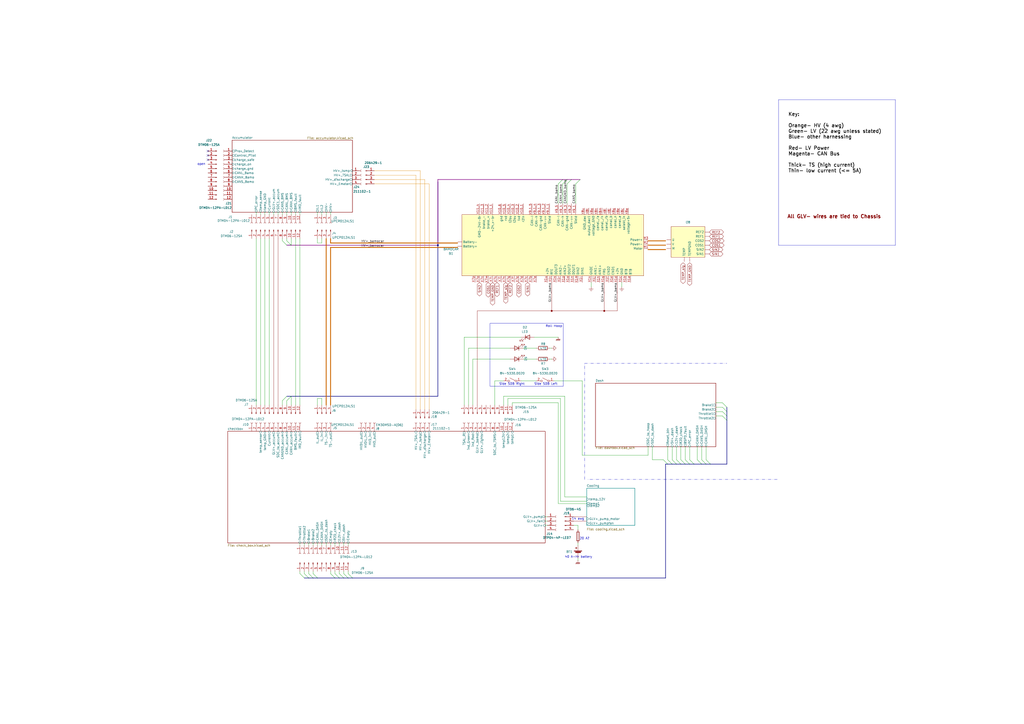
<source format=kicad_sch>
(kicad_sch (version 20250114) (generator "eeschema") (generator_version "9.0")
  (paper "A2")
  (title_block (title "SC FormulaE Electrical System"))
  (lib_symbols
    (symbol "Connector:Conn_01x04_Pin" (pin_names (offset 1.016) (hide yes))
      (property "Reference" "J" (at 0 5.08 0))
      (property "Value" "Conn_01x04_Pin" (at 0 -7.62 0))
      (symbol "Conn_01x04_Pin_1_1"
        (rectangle (start 0.8636 2.667) (end 0 2.413) (stroke (width 0.1524)) (fill (type outline)))
        (rectangle (start 0.8636 0.127) (end 0 -0.127) (stroke (width 0.1524)) (fill (type outline)))
        (rectangle (start 0.8636 -2.413) (end 0 -2.667) (stroke (width 0.1524)) (fill (type outline)))
        (rectangle (start 0.8636 -4.953) (end 0 -5.207) (stroke (width 0.1524)) (fill (type outline)))
        (polyline (pts (xy 1.27 2.54) (xy 0.8636 2.54)) (stroke (width 0.1524)))
        (polyline (pts (xy 1.27 0) (xy 0.8636 0)) (stroke (width 0.1524)))
        (polyline (pts (xy 1.27 -2.54) (xy 0.8636 -2.54)) (stroke (width 0.1524)))
        (polyline (pts (xy 1.27 -5.08) (xy 0.8636 -5.08)) (stroke (width 0.1524)))
        (pin passive line (at 5.08 2.54 180) (length 3.81) (name "Pin_1") (number "1"))
        (pin passive line (at 5.08 0 180) (length 3.81) (name "Pin_2") (number "2"))
        (pin passive line (at 5.08 -2.54 180) (length 3.81) (name "Pin_3") (number "3"))
        (pin passive line (at 5.08 -5.08 180) (length 3.81) (name "Pin_4") (number "4"))
      )
    )
    (symbol "Connector:Conn_01x04_Socket" (pin_names (offset 1.016) (hide yes))
      (property "Reference" "J" (at 0 5.08 0))
      (property "Value" "Conn_01x04_Socket" (at 0 -7.62 0))
      (symbol "Conn_01x04_Socket_1_1"
        (polyline (pts (xy -1.27 2.54) (xy -0.508 2.54)) (stroke (width 0.1524)))
        (polyline (pts (xy -1.27 0) (xy -0.508 0)) (stroke (width 0.1524)))
        (polyline (pts (xy -1.27 -2.54) (xy -0.508 -2.54)) (stroke (width 0.1524)))
        (polyline (pts (xy -1.27 -5.08) (xy -0.508 -5.08)) (stroke (width 0.1524)))
        (arc (start 0 2.032) (mid -0.5058 2.54) (end 0 3.048) (stroke (width 0.1524)))
        (arc (start 0 -0.508) (mid -0.5058 0) (end 0 0.508) (stroke (width 0.1524)))
        (arc (start 0 -3.048) (mid -0.5058 -2.54) (end 0 -2.032) (stroke (width 0.1524)))
        (arc (start 0 -5.588) (mid -0.5058 -5.08) (end 0 -4.572) (stroke (width 0.1524)))
        (pin passive line (at -5.08 2.54 0) (length 3.81) (name "Pin_1") (number "1"))
        (pin passive line (at -5.08 0 0) (length 3.81) (name "Pin_2") (number "2"))
        (pin passive line (at -5.08 -2.54 0) (length 3.81) (name "Pin_3") (number "3"))
        (pin passive line (at -5.08 -5.08 0) (length 3.81) (name "Pin_4") (number "4"))
      )
    )
    (symbol "Connector:Conn_01x12_Pin" (pin_names (offset 1.016) (hide yes))
      (property "Reference" "J" (at 0 15.24 0))
      (property "Value" "Conn_01x12_Pin" (at 0 -17.78 0))
      (symbol "Conn_01x12_Pin_1_1"
        (rectangle (start 0.8636 12.827) (end 0 12.573) (stroke (width 0.1524)) (fill (type outline)))
        (rectangle (start 0.8636 10.287) (end 0 10.033) (stroke (width 0.1524)) (fill (type outline)))
        (rectangle (start 0.8636 7.747) (end 0 7.493) (stroke (width 0.1524)) (fill (type outline)))
        (rectangle (start 0.8636 5.207) (end 0 4.953) (stroke (width 0.1524)) (fill (type outline)))
        (rectangle (start 0.8636 2.667) (end 0 2.413) (stroke (width 0.1524)) (fill (type outline)))
        (rectangle (start 0.8636 0.127) (end 0 -0.127) (stroke (width 0.1524)) (fill (type outline)))
        (rectangle (start 0.8636 -2.413) (end 0 -2.667) (stroke (width 0.1524)) (fill (type outline)))
        (rectangle (start 0.8636 -4.953) (end 0 -5.207) (stroke (width 0.1524)) (fill (type outline)))
        (rectangle (start 0.8636 -7.493) (end 0 -7.747) (stroke (width 0.1524)) (fill (type outline)))
        (rectangle (start 0.8636 -10.033) (end 0 -10.287) (stroke (width 0.1524)) (fill (type outline)))
        (rectangle (start 0.8636 -12.573) (end 0 -12.827) (stroke (width 0.1524)) (fill (type outline)))
        (rectangle (start 0.8636 -15.113) (end 0 -15.367) (stroke (width 0.1524)) (fill (type outline)))
        (polyline (pts (xy 1.27 12.7) (xy 0.8636 12.7)) (stroke (width 0.1524)))
        (polyline (pts (xy 1.27 10.16) (xy 0.8636 10.16)) (stroke (width 0.1524)))
        (polyline (pts (xy 1.27 7.62) (xy 0.8636 7.62)) (stroke (width 0.1524)))
        (polyline (pts (xy 1.27 5.08) (xy 0.8636 5.08)) (stroke (width 0.1524)))
        (polyline (pts (xy 1.27 2.54) (xy 0.8636 2.54)) (stroke (width 0.1524)))
        (polyline (pts (xy 1.27 0) (xy 0.8636 0)) (stroke (width 0.1524)))
        (polyline (pts (xy 1.27 -2.54) (xy 0.8636 -2.54)) (stroke (width 0.1524)))
        (polyline (pts (xy 1.27 -5.08) (xy 0.8636 -5.08)) (stroke (width 0.1524)))
        (polyline (pts (xy 1.27 -7.62) (xy 0.8636 -7.62)) (stroke (width 0.1524)))
        (polyline (pts (xy 1.27 -10.16) (xy 0.8636 -10.16)) (stroke (width 0.1524)))
        (polyline (pts (xy 1.27 -12.7) (xy 0.8636 -12.7)) (stroke (width 0.1524)))
        (polyline (pts (xy 1.27 -15.24) (xy 0.8636 -15.24)) (stroke (width 0.1524)))
        (pin passive line (at 5.08 12.7 180) (length 3.81) (name "Pin_1") (number "1"))
        (pin passive line (at 5.08 10.16 180) (length 3.81) (name "Pin_2") (number "2"))
        (pin passive line (at 5.08 7.62 180) (length 3.81) (name "Pin_3") (number "3"))
        (pin passive line (at 5.08 5.08 180) (length 3.81) (name "Pin_4") (number "4"))
        (pin passive line (at 5.08 2.54 180) (length 3.81) (name "Pin_5") (number "5"))
        (pin passive line (at 5.08 0 180) (length 3.81) (name "Pin_6") (number "6"))
        (pin passive line (at 5.08 -2.54 180) (length 3.81) (name "Pin_7") (number "7"))
        (pin passive line (at 5.08 -5.08 180) (length 3.81) (name "Pin_8") (number "8"))
        (pin passive line (at 5.08 -7.62 180) (length 3.81) (name "Pin_9") (number "9"))
        (pin passive line (at 5.08 -10.16 180) (length 3.81) (name "Pin_10") (number "10"))
        (pin passive line (at 5.08 -12.7 180) (length 3.81) (name "Pin_11") (number "11"))
        (pin passive line (at 5.08 -15.24 180) (length 3.81) (name "Pin_12") (number "12"))
      )
    )
    (symbol "Connector:Conn_01x12_Socket" (pin_names (offset 1.016) (hide yes))
      (property "Reference" "J" (at 0 15.24 0))
      (property "Value" "Conn_01x12_Socket" (at 0 -17.78 0))
      (symbol "Conn_01x12_Socket_1_1"
        (polyline (pts (xy -1.27 12.7) (xy -0.508 12.7)) (stroke (width 0.1524)))
        (polyline (pts (xy -1.27 10.16) (xy -0.508 10.16)) (stroke (width 0.1524)))
        (polyline (pts (xy -1.27 7.62) (xy -0.508 7.62)) (stroke (width 0.1524)))
        (polyline (pts (xy -1.27 5.08) (xy -0.508 5.08)) (stroke (width 0.1524)))
        (polyline (pts (xy -1.27 2.54) (xy -0.508 2.54)) (stroke (width 0.1524)))
        (polyline (pts (xy -1.27 0) (xy -0.508 0)) (stroke (width 0.1524)))
        (polyline (pts (xy -1.27 -2.54) (xy -0.508 -2.54)) (stroke (width 0.1524)))
        (polyline (pts (xy -1.27 -5.08) (xy -0.508 -5.08)) (stroke (width 0.1524)))
        (polyline (pts (xy -1.27 -7.62) (xy -0.508 -7.62)) (stroke (width 0.1524)))
        (polyline (pts (xy -1.27 -10.16) (xy -0.508 -10.16)) (stroke (width 0.1524)))
        (polyline (pts (xy -1.27 -12.7) (xy -0.508 -12.7)) (stroke (width 0.1524)))
        (polyline (pts (xy -1.27 -15.24) (xy -0.508 -15.24)) (stroke (width 0.1524)))
        (arc (start 0 12.192) (mid -0.5058 12.7) (end 0 13.208) (stroke (width 0.1524)))
        (arc (start 0 9.652) (mid -0.5058 10.16) (end 0 10.668) (stroke (width 0.1524)))
        (arc (start 0 7.112) (mid -0.5058 7.62) (end 0 8.128) (stroke (width 0.1524)))
        (arc (start 0 4.572) (mid -0.5058 5.08) (end 0 5.588) (stroke (width 0.1524)))
        (arc (start 0 2.032) (mid -0.5058 2.54) (end 0 3.048) (stroke (width 0.1524)))
        (arc (start 0 -0.508) (mid -0.5058 0) (end 0 0.508) (stroke (width 0.1524)))
        (arc (start 0 -3.048) (mid -0.5058 -2.54) (end 0 -2.032) (stroke (width 0.1524)))
        (arc (start 0 -5.588) (mid -0.5058 -5.08) (end 0 -4.572) (stroke (width 0.1524)))
        (arc (start 0 -8.128) (mid -0.5058 -7.62) (end 0 -7.112) (stroke (width 0.1524)))
        (arc (start 0 -10.668) (mid -0.5058 -10.16) (end 0 -9.652) (stroke (width 0.1524)))
        (arc (start 0 -13.208) (mid -0.5058 -12.7) (end 0 -12.192) (stroke (width 0.1524)))
        (arc (start 0 -15.748) (mid -0.5058 -15.24) (end 0 -14.732) (stroke (width 0.1524)))
        (pin passive line (at -5.08 12.7 0) (length 3.81) (name "Pin_1") (number "1"))
        (pin passive line (at -5.08 10.16 0) (length 3.81) (name "Pin_2") (number "2"))
        (pin passive line (at -5.08 7.62 0) (length 3.81) (name "Pin_3") (number "3"))
        (pin passive line (at -5.08 5.08 0) (length 3.81) (name "Pin_4") (number "4"))
        (pin passive line (at -5.08 2.54 0) (length 3.81) (name "Pin_5") (number "5"))
        (pin passive line (at -5.08 0 0) (length 3.81) (name "Pin_6") (number "6"))
        (pin passive line (at -5.08 -2.54 0) (length 3.81) (name "Pin_7") (number "7"))
        (pin passive line (at -5.08 -5.08 0) (length 3.81) (name "Pin_8") (number "8"))
        (pin passive line (at -5.08 -7.62 0) (length 3.81) (name "Pin_9") (number "9"))
        (pin passive line (at -5.08 -10.16 0) (length 3.81) (name "Pin_10") (number "10"))
        (pin passive line (at -5.08 -12.7 0) (length 3.81) (name "Pin_11") (number "11"))
        (pin passive line (at -5.08 -15.24 0) (length 3.81) (name "Pin_12") (number "12"))
      )
    )
    (symbol "Device:Battery_Cell" (pin_numbers (hide yes)) (pin_names (offset 0) (hide yes))
      (property "Reference" "BT" (at 2.54 2.54 0))
      (property "Value" "Battery_Cell" (at 2.54 0 0))
      (symbol "Battery_Cell_0_1"
        (rectangle (start -2.286 1.778) (end 2.286 1.524) (fill (type outline)))
        (rectangle (start -1.5748 1.1938) (end 1.4732 0.6858) (fill (type outline)))
        (polyline (pts (xy 0 1.778) (xy 0 2.54)))
        (polyline (pts (xy 0 0.762) (xy 0 0)))
        (polyline (pts (xy 0.508 3.429) (xy 1.524 3.429)) (stroke (width 0.254)))
        (polyline (pts (xy 1.016 3.937) (xy 1.016 2.921)) (stroke (width 0.254)))
      )
      (symbol "Battery_Cell_1_1"
        (pin passive line (at 0 5.08 270) (length 2.54) (name "+") (number "1"))
        (pin passive line (at 0 -2.54 90) (length 2.54) (name "-") (number "2"))
      )
    )
    (symbol "Device:Fuse" (pin_numbers (hide yes)) (pin_names (offset 0))
      (property "Reference" "F" (at 2.032 0 90))
      (property "Value" "Fuse" (at -1.905 0 90))
      (symbol "Fuse_0_1"
        (rectangle (start -0.762 -2.54) (end 0.762 2.54) (stroke (width 0.254)))
        (polyline (pts (xy 0 2.54) (xy 0 -2.54)))
      )
      (symbol "Fuse_1_1"
        (pin passive line (at 0 3.81 270) (length 1.27) (name "~") (number "1"))
        (pin passive line (at 0 -3.81 90) (length 1.27) (name "~") (number "2"))
      )
    )
    (symbol "Device:LED" (pin_numbers (hide yes)) (pin_names (offset 1.016) (hide yes))
      (property "Reference" "D" (at 0 2.54 0))
      (property "Value" "LED" (at 0 -2.54 0))
      (symbol "LED_0_1"
        (polyline (pts (xy -3.048 -0.762) (xy -4.572 -2.286) (xy -3.81 -2.286) (xy -4.572 -2.286) (xy -4.572 -1.524)))
        (polyline (pts (xy -1.778 -0.762) (xy -3.302 -2.286) (xy -2.54 -2.286) (xy -3.302 -2.286) (xy -3.302 -1.524)))
        (polyline (pts (xy -1.27 0) (xy 1.27 0)))
        (polyline (pts (xy -1.27 -1.27) (xy -1.27 1.27)) (stroke (width 0.254)))
        (polyline (pts (xy 1.27 -1.27) (xy 1.27 1.27) (xy -1.27 0) (xy 1.27 -1.27)) (stroke (width 0.254)))
      )
      (symbol "LED_1_1"
        (pin passive line (at -3.81 0 0) (length 2.54) (name "K") (number "1"))
        (pin passive line (at 3.81 0 180) (length 2.54) (name "A") (number "2"))
      )
    )
    (symbol "Device:R" (pin_numbers (hide yes)) (pin_names (offset 0))
      (property "Reference" "R" (at 2.032 0 90))
      (property "Value" "R" (at 0 0 90))
      (symbol "R_0_1"
        (rectangle (start -1.016 -2.54) (end 1.016 2.54) (stroke (width 0.254)))
      )
      (symbol "R_1_1"
        (pin passive line (at 0 3.81 270) (length 1.27) (name "~") (number "1"))
        (pin passive line (at 0 -3.81 90) (length 1.27) (name "~") (number "2"))
      )
    )
    (symbol "FSAE:BAMOCAR"
      (property "Reference" "B" (at 0 1.27 0))
      (property "Value" "BAMOCAR" (at 0 -1.27 0))
      (symbol "BAMOCAR_0_1"
        (rectangle (start -17.78 53.34) (end 17.78 -52.07) (fill (type background)))
      )
      (symbol "BAMOCAR_1_1"
        (pin input line (at -21.59 45.72 0) (length 3.81) (name "BTB") (number "X1a"))
        (pin output line (at -21.59 43.18 0) (length 3.81) (name "BTB") (number "X1b"))
        (pin output line (at -21.59 40.64 0) (length 3.81) (name "GND") (number "X1c"))
        (pin input line (at -21.59 38.1 0) (length 3.81) (name "+24") (number "X1d"))
        (pin input line (at -21.59 35.56 0) (length 3.81) (name "END1") (number "X1e"))
        (pin input line (at -21.59 33.02 0) (length 3.81) (name "END2") (number "X1f"))
        (pin input line (at -21.59 30.48 0) (length 3.81) (name "FRG") (number "X1g"))
        (pin input line (at -21.59 27.94 0) (length 3.81) (name "AIN1+") (number "X1h"))
        (pin input line (at -21.59 25.4 0) (length 3.81) (name "AIN1-") (number "X1j"))
        (pin output line (at -21.59 22.86 0) (length 3.81) (name "GNDE") (number "X1k"))
        (pin input line (at -21.59 17.78 0) (length 3.81) (name "DIN1") (number "X1l"))
        (pin input line (at -21.59 15.24 0) (length 3.81) (name "DIN2") (number "X1m"))
        (pin output line (at -21.59 12.7 0) (length 3.81) (name "DOUT1") (number "X1n"))
        (pin output line (at -21.59 10.16 0) (length 3.81) (name "DOUT2") (number "X1o"))
        (pin input line (at -21.59 7.62 0) (length 3.81) (name "AIN2+") (number "X1p"))
        (pin input line (at -21.59 5.08 0) (length 3.81) (name "AIN2-") (number "X1r"))
        (pin output line (at -21.59 2.54 0) (length 3.81) (name "DOUT3") (number "X1s"))
        (pin input line (at -21.59 0 0) (length 3.81) (name "RFE") (number "X1t"))
        (pin input line (at -21.59 -2.54 0) (length 3.81) (name "+24") (number "X1u"))
        (pin input line (at -21.59 -8.89 0) (length 3.81) (name "") (number "X7a"))
        (pin input line (at -21.59 -11.43 0) (length 3.81) (name "") (number "X7b"))
        (pin input line (at -21.59 -13.97 0) (length 3.81) (name "") (number "X7c"))
        (pin input line (at -21.59 -16.51 0) (length 3.81) (name "") (number "X7d"))
        (pin input line (at -21.59 -19.05 0) (length 3.81) (name "") (number "X7e"))
        (pin input line (at -21.59 -21.59 0) (length 3.81) (name "") (number "X7f"))
        (pin input line (at -21.59 -24.13 0) (length 3.81) (name "") (number "X7g"))
        (pin input line (at -21.59 -26.67 0) (length 3.81) (name "") (number "X7h"))
        (pin input line (at -21.59 -29.21 0) (length 3.81) (name "") (number "X7j"))
        (pin input line (at -21.59 -31.75 0) (length 3.81) (name "") (number "X7k"))
        (pin input line (at -21.59 -34.29 0) (length 3.81) (name "") (number "X7l"))
        (pin input line (at -21.59 -36.83 0) (length 3.81) (name "") (number "X7m"))
        (pin input line (at -21.59 -39.37 0) (length 3.81) (name "") (number "X7n"))
        (pin input line (at -21.59 -41.91 0) (length 3.81) (name "") (number "X7o"))
        (pin input line (at -21.59 -44.45 0) (length 3.81) (name "") (number "X7p"))
        (pin output line (at -1.905 55.88 270) (length 2.54) (name "Motor") (number "M1"))
        (pin output line (at -0.635 -54.61 90) (length 2.54) (name "Battery+") (number ""))
        (pin output line (at 0.635 55.88 270) (length 2.54) (name "Power-") (number "M2"))
        (pin output line (at 1.905 -54.61 90) (length 2.54) (name "Battery-") (number ""))
        (pin output line (at 3.175 55.88 270) (length 2.54) (name "Power+") (number "M3"))
        (pin input line (at 21.59 44.45 180) (length 3.81) (name "voltage+5v") (number "X8a"))
        (pin bidirectional line (at 21.59 41.91 180) (length 3.81) (name "selekt_in") (number "X8c"))
        (pin bidirectional line (at 21.59 39.37 180) (length 3.81) (name "canal_a") (number "X8e"))
        (pin bidirectional line (at 21.59 36.83 180) (length 3.81) (name "canal_n") (number "X8g"))
        (pin bidirectional line (at 21.59 34.29 180) (length 3.81) (name "canal_b") (number "X8j"))
        (pin bidirectional line (at 21.59 31.75 180) (length 3.81) (name "canal_/b") (number "X8i"))
        (pin bidirectional line (at 21.59 29.21 180) (length 3.81) (name "canal_/n") (number "X8m"))
        (pin bidirectional line (at 21.59 26.67 180) (length 3.81) (name "canal_/a") (number "X8n"))
        (pin output line (at 21.59 24.13 180) (length 3.81) (name "voltage_GND") (number "X8o"))
        (pin output line (at 21.59 21.59 180) (length 3.81) (name "output_dac1") (number "X8t"))
        (pin output line (at 21.59 19.05 180) (length 3.81) (name "GND_dac") (number "X8u"))
        (pin bidirectional line (at 24.13 13.97 180) (length 6.35) (name "Sield") (number "X9_1"))
        (pin input line (at 24.13 11.43 180) (length 6.35) (name "CAN-v+") (number "X9_2"))
        (pin output line (at 24.13 8.89 180) (length 6.35) (name "CAN-gnd") (number "X9_3"))
        (pin bidirectional line (at 24.13 6.35 180) (length 6.35) (name "CAN-h") (number "X9_4"))
        (pin bidirectional line (at 24.13 3.81 180) (length 6.35) (name "CAN-l") (number "X9_5"))
        (pin bidirectional line (at 24.13 -1.27 180) (length 6.35) (name "Sield") (number "X9.1_1"))
        (pin input line (at 24.13 -3.81 180) (length 6.35) (name "CAN-v+") (number "X9.1_2"))
        (pin output line (at 24.13 -6.35 180) (length 6.35) (name "CAN-gnd") (number "X9.1_3"))
        (pin bidirectional line (at 24.13 -8.89 180) (length 6.35) (name "CAN-h") (number "X9.1_4"))
        (pin bidirectional line (at 24.13 -11.43 180) (length 6.35) (name "CAN-l") (number "X9.1_5"))
        (pin input line (at 24.13 -16.51 180) (length 6.35) (name "r2in") (number "X10_1"))
        (pin input line (at 24.13 -19.05 180) (length 6.35) (name "txd") (number "X10_2"))
        (pin input line (at 24.13 -21.59 180) (length 6.35) (name "t2ou") (number "X10_3"))
        (pin input line (at 24.13 -24.13 180) (length 6.35) (name "t2ou") (number "X10_4"))
        (pin input line (at 24.13 -26.67 180) (length 6.35) (name "rxd") (number "X10_5"))
        (pin input line (at 24.13 -29.21 180) (length 6.35) (name "gnd") (number "X10_6"))
        (pin input line (at 24.13 -34.29 180) (length 6.35) (name "+24_v-br") (number "X11_1"))
        (pin input line (at 24.13 -36.83 180) (length 6.35) (name "brake_+") (number "X11_2"))
        (pin input line (at 24.13 -39.37 180) (length 6.35) (name "brake_-") (number "X11_3"))
        (pin input line (at 24.13 -41.91 180) (length 6.35) (name "GMD-24V-Br") (number "X11_4"))
      )
    )
    (symbol "FSAE:Emrak"
      (property "Reference" "U" (at 0 0 0))
      (symbol "Emrak_0_1"
        (rectangle (start -9.525 20.955) (end 10.16 3.175) (fill (type background)))
      )
      (symbol "Emrak_1_1"
        (pin input line (at -12.065 15.875 0) (length 2.54) (name "M") (number ""))
        (pin input line (at -12.065 13.335 0) (length 2.54) (name "V") (number ""))
        (pin input line (at -12.065 10.795 0) (length 2.54) (name "U") (number ""))
        (pin input line (at -1.905 23.495 270) (length 2.54) (name "TEMP") (number ""))
        (pin input line (at 1.27 23.495 270) (length 2.54) (name "TEMPGND") (number ""))
        (pin input line (at 12.7 19.05 180) (length 2.54) (name "SIN1") (number ""))
        (pin input line (at 12.7 16.51 180) (length 2.54) (name "SIN2") (number ""))
        (pin input line (at 12.7 13.97 180) (length 2.54) (name "COS1") (number ""))
        (pin input line (at 12.7 11.43 180) (length 2.54) (name "COS2") (number ""))
        (pin input line (at 12.7 8.89 180) (length 2.54) (name "REF1") (number ""))
        (pin input line (at 12.7 6.35 180) (length 2.54) (name "REF2") (number ""))
      )
    )
    (symbol "GND_1" (power) (pin_numbers (hide yes)) (pin_names (offset 0) (hide yes))
      (property "Value" "GND" (at 0 -3.81 0))
      (symbol "GND_1_0_1"
        (polyline (pts (xy 0 0) (xy 0 -1.27) (xy 1.27 -1.27) (xy 0 -2.54) (xy -1.27 -1.27) (xy 0 -1.27)))
      )
      (symbol "GND_1_1_1"
        (pin power_in line (at 0 0 270) (length 0) (name "~") (number "1"))
      )
    )
    (symbol "Switch:SW_SPST" (pin_names (offset 0) (hide yes))
      (property "Reference" "SW" (at 0 3.175 0))
      (property "Value" "SW_SPST" (at 0 -2.54 0))
      (symbol "SW_SPST_0_0"
        (circle (center -2.032 0) (radius 0.508))
        (polyline (pts (xy -1.524 0.254) (xy 1.524 1.778)))
        (circle (center 2.032 0) (radius 0.508))
      )
      (symbol "SW_SPST_1_1"
        (pin passive line (at -5.08 0 0) (length 2.54) (name "A") (number "1"))
        (pin passive line (at 5.08 0 180) (length 2.54) (name "B") (number "2"))
      )
    )
    (symbol "power:Earth" (power) (pin_names (offset 0))
      (symbol "Earth_0_1"
        (polyline (pts (xy -0.635 -1.905) (xy 0.635 -1.905)))
        (polyline (pts (xy -0.127 -2.54) (xy 0.127 -2.54)))
        (polyline (pts (xy 0 -1.27) (xy 0 0)))
        (polyline (pts (xy 1.27 -1.27) (xy -1.27 -1.27)))
      )
      (symbol "Earth_1_1"
        (pin power_in line (at 0 0 270) (length 0) (hide yes) (name "Earth") (number "1"))
      )
    )
    (symbol "power:GNDPWR" (power) (pin_numbers (hide yes)) (pin_names (offset 0) (hide yes))
      (property "Value" "GNDPWR" (at 0 -3.302 0))
      (symbol "GNDPWR_0_1"
        (polyline (pts (xy -1.016 -1.27) (xy -1.27 -2.032) (xy -1.27 -2.032)) (stroke (width 0.2032)))
        (polyline (pts (xy -0.508 -1.27) (xy -0.762 -2.032) (xy -0.762 -2.032)) (stroke (width 0.2032)))
        (polyline (pts (xy 0 -1.27) (xy 0 0)))
        (polyline (pts (xy 0 -1.27) (xy -0.254 -2.032) (xy -0.254 -2.032)) (stroke (width 0.2032)))
        (polyline (pts (xy 0.508 -1.27) (xy 0.254 -2.032) (xy 0.254 -2.032)) (stroke (width 0.2032)))
        (polyline (pts (xy 1.016 -1.27) (xy -1.016 -1.27) (xy -1.016 -1.27)) (stroke (width 0.2032)))
        (polyline (pts (xy 1.016 -1.27) (xy 0.762 -2.032) (xy 0.762 -2.032) (xy 0.762 -2.032)) (stroke (width 0.2032)))
      )
      (symbol "GNDPWR_1_1"
        (pin power_in line (at 0 0 270) (length 0) (name "~") (number "1"))
      )
    )
  )
  (rectangle (start 451.612 57.785) (end 519.43 142.3416))
  (rectangle (start 284.226 187.579) (end 326.771 224.028))
  (text "Roll Hoop" (at 321.31 189.23 0) (effects (font (size 1.27 1.27))))
  (text "14 awg" (at 335.28 300.99 0) (effects (font (size 1.27 1.27))))
  (text "All GLV- wires are tied to Chassis" (at 483.87 125.73 0) (effects (font (size 2.032 2.032) (thickness 0.4064) (bold yes))))
  (text "open" (at 116.84 95.25 0) (effects (font (size 1.27 1.27))))
  (text "40 A-Hr battery" (at 327.66 323.85 0) (effects (font (size 1.27 1.27)) (justify left bottom)))
  (text "Key:\n\nOrange- HV (4 awg)\nGreen- LV (22 awg unless stated)\nBlue- other harnessing\n\nRed- LV Power\nMagenta- CAN Bus\n\nThick- TS (high current)\nThin- low current (<= 5A)\n" (at 457.2 100.33 0) (effects (font (size 2.032 2.032) (thickness 0.3048) (bold yes)) (justify left bottom)))
  (text "Side SDB Right" (at 289.56 223.52 0) (effects (font (size 1.27 1.27)) (justify left bottom)))
  (text "20 A?" (at 339.09 312.42 0) (effects (font (size 1.27 1.27))))
  (text "Side SDB Left" (at 309.88 223.52 0) (effects (font (size 1.27 1.27)) (justify left bottom)))
  (junction (at 320.04 180.34) (color 132 0 0 1))
  (junction (at 254 142.24))
  (junction (at 350.52 180.34) (color 132 0 0 1))
  (no_connect (at 120.65 92.71))
  (no_connect (at 120.65 87.63))
  (no_connect (at 120.65 90.17))
  (bus_entry (at 389.89 266.7) (size 2.54 2.54))
  (bus_entry (at 400.05 266.7) (size 2.54 2.54))
  (bus_entry (at 328.93 106.68) (size 2.54 -2.54))
  (bus_entry (at 194.31 332.74) (size 2.54 2.54))
  (bus_entry (at 387.35 266.7) (size 2.54 2.54))
  (bus_entry (at 201.93 332.74) (size 2.54 2.54))
  (bus_entry (at 409.575 266.7) (size 2.54 2.54))
  (bus_entry (at 397.51 266.7) (size 2.54 2.54))
  (bus_entry (at 394.97 266.7) (size 2.54 2.54))
  (bus_entry (at 163.83 139.7) (size 2.54 2.54))
  (bus_entry (at 196.85 332.74) (size 2.54 2.54))
  (bus_entry (at 323.85 106.68) (size 2.54 -2.54))
  (bus_entry (at 166.37 139.7) (size 2.54 2.54))
  (bus_entry (at 173.99 332.74) (size 2.54 2.54))
  (bus_entry (at 419.1 238.76) (size 2.54 2.54))
  (bus_entry (at 419.1 241.3) (size 2.54 2.54))
  (bus_entry (at 419.1 236.22) (size 2.54 2.54))
  (bus_entry (at 179.07 332.74) (size 2.54 2.54))
  (bus_entry (at 166.37 232.41) (size 2.54 -2.54))
  (bus_entry (at 334.01 106.68) (size 2.54 -2.54))
  (bus_entry (at 199.39 332.74) (size 2.54 2.54))
  (bus_entry (at 419.1 233.68) (size 2.54 2.54))
  (bus_entry (at 191.77 332.74) (size 2.54 2.54))
  (bus_entry (at 163.83 232.41) (size 2.54 -2.54))
  (bus_entry (at 384.81 266.7) (size 2.54 2.54))
  (bus_entry (at 404.495 266.7) (size 2.54 2.54))
  (bus_entry (at 176.53 332.74) (size 2.54 2.54))
  (bus_entry (at 181.61 332.74) (size 2.54 2.54))
  (bus_entry (at 392.43 266.7) (size 2.54 2.54))
  (bus_entry (at 326.39 106.68) (size 2.54 -2.54))
  (bus_entry (at 407.035 266.7) (size 2.54 2.54))
  (bus (pts (xy 421.64 236.22) (xy 421.64 238.76)))
  (wire (pts (xy 271.78 201.93) (xy 271.78 234.95)))
  (wire (pts (xy 320.04 163.83) (xy 320.04 180.34)) (stroke (width 0) (color 132 0 0 1)))
  (wire (pts (xy 201.93 331.47) (xy 201.93 332.74)))
  (wire (pts (xy 171.45 138.43) (xy 171.45 234.95)))
  (wire (pts (xy 325.12 290.83) (xy 325.12 231.14)))
  (wire (pts (xy 328.93 106.68) (xy 328.93 118.11)))
  (wire (pts (xy 166.37 139.7) (xy 166.37 138.43)))
  (wire (pts (xy 415.29 236.22) (xy 419.1 236.22)))
  (wire (pts (xy 309.88 195.58) (xy 323.85 195.58)))
  (wire (pts (xy 186.69 123.19) (xy 186.69 124.46)))
  (bus (pts (xy 389.89 269.24) (xy 392.43 269.24)))
  (bus (pts (xy 199.39 335.28) (xy 201.93 335.28)))
  (wire (pts (xy 335.28 304.8) (xy 332.74 304.8)))
  (wire (pts (xy 375.92 142.24) (xy 386.08 142.24)) (stroke (width 0.508) (color 204 102 0 1)))
  (wire (pts (xy 199.39 314.96) (xy 199.39 316.23)))
  (wire (pts (xy 246.38 104.14) (xy 217.17 104.14)) (stroke (width 0) (color 221 133 0 1)))
  (wire (pts (xy 325.12 231.14) (xy 294.64 231.14)))
  (wire (pts (xy 199.39 331.47) (xy 199.39 332.74)))
  (bus (pts (xy 387.35 269.24) (xy 389.89 269.24)))
  (wire (pts (xy 350.52 180.34) (xy 358.14 180.34)) (stroke (width 0) (color 132 0 0 1)))
  (wire (pts (xy 151.13 138.43) (xy 151.13 234.95)))
  (bus (pts (xy 181.61 335.28) (xy 184.15 335.28)))
  (wire (pts (xy 184.15 140.97) (xy 186.69 140.97)))
  (wire (pts (xy 168.91 123.19) (xy 168.91 124.46)))
  (wire (pts (xy 173.99 331.47) (xy 173.99 332.74)))
  (wire (pts (xy 173.99 314.96) (xy 173.99 316.23)))
  (wire (pts (xy 269.24 195.58) (xy 302.26 195.58)))
  (wire (pts (xy 179.07 314.96) (xy 179.07 316.23)))
  (wire (pts (xy 166.37 123.19) (xy 166.37 124.46)))
  (wire (pts (xy 375.92 259.08) (xy 375.92 264.16)))
  (wire (pts (xy 243.84 99.06) (xy 243.84 237.49)) (stroke (width 0) (color 221 133 0 1)))
  (bus (pts (xy 179.07 335.28) (xy 181.61 335.28)))
  (wire (pts (xy 158.75 138.43) (xy 158.75 234.95)) (stroke (width 0) (color 132 0 0 1)))
  (bus (pts (xy 194.31 335.28) (xy 196.85 335.28)))
  (wire (pts (xy 184.15 231.14) (xy 186.69 231.14)))
  (wire (pts (xy 168.91 138.43) (xy 168.91 142.24)))
  (wire (pts (xy 179.07 331.47) (xy 179.07 332.74)))
  (wire (pts (xy 248.92 106.68) (xy 248.92 237.49)) (stroke (width 0) (color 221 133 0 1)))
  (wire (pts (xy 153.67 138.43) (xy 153.67 234.95)))
  (bus (pts (xy 176.53 335.28) (xy 179.07 335.28)))
  (wire (pts (xy 326.39 106.68) (xy 326.39 118.11)))
  (wire (pts (xy 337.82 264.16) (xy 337.82 220.98)))
  (wire (pts (xy 378.46 259.08) (xy 378.46 266.7)))
  (wire (pts (xy 148.59 138.43) (xy 148.59 234.95)))
  (bus (pts (xy 326.39 104.14) (xy 254 104.14)) (stroke (width 0) (color 132 0 132 1)))
  (wire (pts (xy 311.15 220.98) (xy 302.26 220.98)))
  (wire (pts (xy 163.83 123.19) (xy 163.83 124.46)))
  (wire (pts (xy 171.45 123.19) (xy 171.45 124.46)))
  (polyline (pts (xy 450.85 278.13) (xy 340.36 278.13)) (stroke (width 0) (type dash_dot_dot)))
  (bus (pts (xy 166.37 229.87) (xy 168.91 229.87)))
  (wire (pts (xy 316.23 304.8) (xy 317.5 304.8)))
  (wire (pts (xy 415.29 241.3) (xy 419.1 241.3)))
  (wire (pts (xy 335.28 316.23) (xy 335.28 314.96)))
  (wire (pts (xy 189.23 138.43) (xy 189.23 234.95)) (stroke (width 0.508) (color 204 102 0 1)))
  (wire (pts (xy 163.83 232.41) (xy 163.83 234.95)))
  (wire (pts (xy 287.02 220.98) (xy 292.1 220.98)))
  (wire (pts (xy 360.68 166.37) (xy 360.68 163.83)))
  (wire (pts (xy 201.93 314.96) (xy 201.93 316.23)))
  (bus (pts (xy 400.05 269.24) (xy 402.59 269.24)))
  (bus (pts (xy 328.93 104.14) (xy 331.47 104.14)) (stroke (width 0) (color 132 0 132 1)))
  (bus (pts (xy 397.51 269.24) (xy 400.05 269.24)))
  (wire (pts (xy 194.31 331.47) (xy 194.31 332.74)))
  (wire (pts (xy 404.495 259.08) (xy 404.495 266.7)))
  (wire (pts (xy 274.32 234.95) (xy 274.32 208.28)))
  (wire (pts (xy 323.85 292.1) (xy 340.36 292.1)))
  (wire (pts (xy 389.89 259.08) (xy 389.89 266.7)))
  (wire (pts (xy 161.29 123.19) (xy 161.29 124.46)))
  (wire (pts (xy 217.17 99.06) (xy 243.84 99.06)) (stroke (width 0) (color 221 133 0 1)))
  (bus (pts (xy 421.64 241.3) (xy 421.64 243.84)))
  (wire (pts (xy 332.74 299.72) (xy 340.36 299.72)) (stroke (width 0) (color 132 0 0 1)))
  (wire (pts (xy 189.23 314.96) (xy 189.23 316.23)))
  (wire (pts (xy 407.035 259.08) (xy 407.035 266.7)))
  (wire (pts (xy 241.3 237.49) (xy 241.3 101.6)) (stroke (width 0) (color 221 133 0 1)))
  (wire (pts (xy 327.66 288.29) (xy 340.36 288.29)))
  (wire (pts (xy 358.14 163.83) (xy 358.14 180.34)) (stroke (width 0) (color 132 0 0 1)))
  (wire (pts (xy 156.21 123.19) (xy 156.21 124.46)))
  (bus (pts (xy 254 229.87) (xy 254 142.24)))
  (wire (pts (xy 173.99 123.19) (xy 173.99 124.46)))
  (wire (pts (xy 191.77 143.51) (xy 265.43 143.51)) (stroke (width 0.508) (color 204 102 0 1)))
  (wire (pts (xy 335.28 307.34) (xy 335.28 304.8)))
  (wire (pts (xy 318.77 201.93) (xy 320.04 201.93)))
  (wire (pts (xy 269.24 195.58) (xy 269.24 234.95)))
  (wire (pts (xy 189.23 123.19) (xy 189.23 124.46)))
  (wire (pts (xy 163.83 138.43) (xy 163.83 139.7)))
  (wire (pts (xy 176.53 331.47) (xy 176.53 332.74)))
  (wire (pts (xy 320.04 180.34) (xy 350.52 180.34)) (stroke (width 0) (color 132 0 0 1)))
  (wire (pts (xy 191.77 140.97) (xy 265.43 140.97)) (stroke (width 0.508) (color 204 102 0 1)))
  (wire (pts (xy 297.18 233.68) (xy 297.18 234.95)))
  (wire (pts (xy 323.85 233.68) (xy 323.85 292.1)))
  (wire (pts (xy 184.15 138.43) (xy 184.15 140.97)))
  (wire (pts (xy 342.9 166.37) (xy 342.9 163.83)))
  (wire (pts (xy 276.86 180.34) (xy 320.04 180.34)) (stroke (width 0) (color 132 0 0 1)))
  (wire (pts (xy 191.77 331.47) (xy 191.77 332.74)))
  (bus (pts (xy 168.91 142.24) (xy 166.37 142.24)) (stroke (width 0) (color 132 0 132 1)))
  (wire (pts (xy 332.74 302.26) (xy 340.36 302.26)) (stroke (width 0) (color 132 0 0 1)))
  (wire (pts (xy 184.15 234.95) (xy 184.15 231.14)))
  (bus (pts (xy 386.08 335.28) (xy 386.08 269.24)))
  (wire (pts (xy 151.13 123.19) (xy 151.13 124.46)))
  (wire (pts (xy 297.18 233.68) (xy 323.85 233.68)))
  (wire (pts (xy 166.37 232.41) (xy 166.37 234.95)))
  (wire (pts (xy 217.17 106.68) (xy 248.92 106.68)) (stroke (width 0) (color 221 133 0 1)))
  (wire (pts (xy 191.77 143.51) (xy 191.77 234.95)) (stroke (width 0.508) (color 204 102 0 1)))
  (wire (pts (xy 181.61 331.47) (xy 181.61 332.74)))
  (wire (pts (xy 375.92 139.7) (xy 386.08 139.7)) (stroke (width 0.508) (color 204 102 0 1)))
  (wire (pts (xy 397.51 259.08) (xy 397.51 266.7)))
  (polyline (pts (xy 339.09 210.82) (xy 421.64 210.82)) (stroke (width 0) (type dash_dot_dot)))
  (bus (pts (xy 184.15 335.28) (xy 194.31 335.28)))
  (wire (pts (xy 323.85 106.68) (xy 323.85 118.11)))
  (bus (pts (xy 168.91 142.24) (xy 166.37 142.24)))
  (wire (pts (xy 335.28 325.12) (xy 335.28 323.85)))
  (bus (pts (xy 168.91 229.87) (xy 254 229.87)))
  (bus (pts (xy 394.97 269.24) (xy 397.51 269.24)))
  (bus (pts (xy 402.59 269.24) (xy 407.035 269.24)))
  (wire (pts (xy 316.23 299.72) (xy 317.5 299.72)))
  (wire (pts (xy 186.69 314.96) (xy 186.69 316.23)))
  (bus (pts (xy 386.08 269.24) (xy 387.35 269.24)))
  (wire (pts (xy 340.36 290.83) (xy 325.12 290.83)))
  (wire (pts (xy 196.85 331.47) (xy 196.85 332.74)))
  (wire (pts (xy 156.21 138.43) (xy 156.21 234.95)))
  (bus (pts (xy 421.64 238.76) (xy 421.64 241.3)))
  (wire (pts (xy 303.53 201.93) (xy 311.15 201.93)))
  (wire (pts (xy 181.61 314.96) (xy 181.61 316.23)))
  (wire (pts (xy 387.35 259.08) (xy 387.35 266.7)))
  (bus (pts (xy 254 142.24) (xy 168.91 142.24)) (stroke (width 0) (color 132 0 132 1)))
  (wire (pts (xy 173.99 138.43) (xy 173.99 234.95)))
  (bus (pts (xy 204.47 335.28) (xy 386.08 335.28)))
  (wire (pts (xy 400.05 259.08) (xy 400.05 266.7)))
  (wire (pts (xy 158.75 123.19) (xy 158.75 124.46)))
  (wire (pts (xy 184.15 314.96) (xy 184.15 316.23)))
  (wire (pts (xy 327.66 229.87) (xy 327.66 288.29)))
  (wire (pts (xy 186.69 138.43) (xy 186.69 140.97)))
  (wire (pts (xy 292.1 234.95) (xy 292.1 229.87)))
  (wire (pts (xy 186.69 231.14) (xy 186.69 234.95)))
  (wire (pts (xy 394.97 259.08) (xy 394.97 266.7)))
  (bus (pts (xy 409.575 269.24) (xy 412.115 269.24)))
  (wire (pts (xy 294.64 231.14) (xy 294.64 234.95)))
  (wire (pts (xy 276.86 180.34) (xy 276.86 234.95)) (stroke (width 0) (color 132 0 0 1)))
  (wire (pts (xy 271.78 201.93) (xy 295.91 201.93)))
  (bus (pts (xy 254 142.24) (xy 254 105.41)))
  (bus (pts (xy 254 104.14) (xy 254 142.24)) (stroke (width 0) (color 132 0 132 1)))
  (bus (pts (xy 407.035 269.24) (xy 409.575 269.24)))
  (wire (pts (xy 168.91 229.87) (xy 168.91 234.95)))
  (wire (pts (xy 415.29 233.68) (xy 419.1 233.68)))
  (wire (pts (xy 334.01 106.68) (xy 334.01 118.11)))
  (wire (pts (xy 321.31 220.98) (xy 337.82 220.98)))
  (wire (pts (xy 176.53 314.96) (xy 176.53 316.23)))
  (wire (pts (xy 375.92 264.16) (xy 337.82 264.16)))
  (wire (pts (xy 292.1 229.87) (xy 327.66 229.87)))
  (bus (pts (xy 196.85 335.28) (xy 199.39 335.28)))
  (wire (pts (xy 191.77 314.96) (xy 191.77 316.23)))
  (wire (pts (xy 409.575 259.08) (xy 409.575 266.7)))
  (wire (pts (xy 191.77 123.19) (xy 191.77 124.46)))
  (wire (pts (xy 311.15 208.28) (xy 303.53 208.28)))
  (wire (pts (xy 415.29 238.76) (xy 419.1 238.76)))
  (bus (pts (xy 392.43 269.24) (xy 394.97 269.24)))
  (bus (pts (xy 331.47 104.14) (xy 336.55 104.14)) (stroke (width 0) (color 132 0 132 1)))
  (wire (pts (xy 287.02 220.98) (xy 287.02 234.95)))
  (wire (pts (xy 241.3 101.6) (xy 217.17 101.6)) (stroke (width 0) (color 221 133 0 1)))
  (wire (pts (xy 196.85 314.96) (xy 196.85 316.23)))
  (wire (pts (xy 153.67 123.19) (xy 153.67 124.46)))
  (bus (pts (xy 412.115 269.24) (xy 421.64 269.24)))
  (wire (pts (xy 161.29 138.43) (xy 161.29 234.95)) (stroke (width 0) (color 132 0 0 1)))
  (wire (pts (xy 392.43 259.08) (xy 392.43 266.7)))
  (bus (pts (xy 201.93 335.28) (xy 204.47 335.28)))
  (bus (pts (xy 326.39 104.14) (xy 328.93 104.14)) (stroke (width 0) (color 132 0 132 1)))
  (wire (pts (xy 191.77 138.43) (xy 191.77 140.97)) (stroke (width 0.508) (color 204 102 0 1)))
  (wire (pts (xy 378.46 266.7) (xy 384.81 266.7)))
  (wire (pts (xy 316.23 302.26) (xy 317.5 302.26)))
  (wire (pts (xy 320.04 208.28) (xy 318.77 208.28)))
  (wire (pts (xy 274.32 208.28) (xy 295.91 208.28)))
  (wire (pts (xy 184.15 123.19) (xy 184.15 124.46)))
  (wire (pts (xy 375.92 144.78) (xy 386.08 144.78)) (stroke (width 0.508) (color 204 102 0 1)))
  (wire (pts (xy 194.31 314.96) (xy 194.31 316.23)))
  (wire (pts (xy 148.59 123.19) (xy 148.59 124.46)))
  (bus (pts (xy 421.64 243.84) (xy 421.64 269.24)))
  (wire (pts (xy 350.52 163.83) (xy 350.52 180.34)) (stroke (width 0) (color 132 0 0 1)))
  (polyline (pts (xy 339.09 278.13) (xy 339.09 210.82)) (stroke (width 0) (type dash_dot_dot)))
  (wire (pts (xy 246.38 237.49) (xy 246.38 104.14)) (stroke (width 0) (color 221 133 0 1)))
  (label "HV+_bamocar" (at 209.55 140.97 0))
  (label "GLV+_bamo" (at 320.04 175.26 90))
  (label "GLV+_bamo" (at 358.14 175.26 90))
  (label "CANGND_bamo" (at 328.93 118.11 90))
  (label "CANS_bamo" (at 334.01 118.11 90))
  (label "HV-_bamocar" (at 209.55 143.51 0))
  (label "CANH_bamo" (at 326.39 118.11 90))
  (label "GLV+_bamo" (at 350.52 175.26 90))
  (label "CANL_bamo" (at 323.85 118.11 90))
  (global_label "COS1" (shape bidirectional) (at 283.21 163.83 270) (property "Intersheetrefs" "${INTERSHEET_REFS}" (effects (hide yes))))
  (global_label "REF2" (shape bidirectional) (at 295.91 163.83 270) (property "Intersheetrefs" "${INTERSHEET_REFS}" (effects (hide yes))))
  (global_label "REF1" (shape bidirectional) (at 288.29 163.83 270) (property "Intersheetrefs" "${INTERSHEET_REFS}" (effects (hide yes))))
  (global_label "COS1" (shape bidirectional) (at 411.48 142.24 0) (property "Intersheetrefs" "${INTERSHEET_REFS}" (effects (hide yes))))
  (global_label "SIN1" (shape bidirectional) (at 411.48 147.32 0) (property "Intersheetrefs" "${INTERSHEET_REFS}" (effects (hide yes))))
  (global_label "COS2" (shape bidirectional) (at 411.48 139.7 0) (property "Intersheetrefs" "${INTERSHEET_REFS}" (effects (hide yes))))
  (global_label "TEMP_sig" (shape bidirectional) (at 396.24 152.4 270) (property "Intersheetrefs" "${INTERSHEET_REFS}" (effects (hide yes))))
  (global_label "TEMP_GND" (shape bidirectional) (at 400.05 152.4 270) (property "Intersheetrefs" "${INTERSHEET_REFS}" (effects (hide yes))))
  (global_label "SIN1" (shape bidirectional) (at 306.07 163.83 270) (property "Intersheetrefs" "${INTERSHEET_REFS}" (effects (hide yes))))
  (global_label "TEMP_sig" (shape bidirectional) (at 293.37 163.83 270) (property "Intersheetrefs" "${INTERSHEET_REFS}" (effects (hide yes))))
  (global_label "COS2" (shape bidirectional) (at 300.99 163.83 270) (property "Intersheetrefs" "${INTERSHEET_REFS}" (effects (hide yes))))
  (global_label "REF1" (shape bidirectional) (at 411.48 137.16 0) (property "Intersheetrefs" "${INTERSHEET_REFS}" (effects (hide yes))))
  (global_label "SIN2" (shape bidirectional) (at 278.13 163.83 270) (property "Intersheetrefs" "${INTERSHEET_REFS}" (effects (hide yes))))
  (global_label "TEMP_GND" (shape bidirectional) (at 285.75 163.83 270) (property "Intersheetrefs" "${INTERSHEET_REFS}" (effects (hide yes))))
  (global_label "REF2" (shape bidirectional) (at 411.48 134.62 0) (property "Intersheetrefs" "${INTERSHEET_REFS}" (effects (hide yes))))
  (global_label "SIN2" (shape bidirectional) (at 411.48 144.78 0) (property "Intersheetrefs" "${INTERSHEET_REFS}" (effects (hide yes))))
  (symbol (lib_id "FSAE:BAMOCAR") (at 320.04 142.24 270) (mirror x) (unit 1)
    (property "Reference" "B1" (at 261.62 147.0661 90))
    (property "Value" "BAMOCAR" (at 261.62 144.5261 90))
  )
  (symbol (lib_id "power:Earth") (at 360.68 166.37 0) (unit 1)
    (property "Reference" "#PWR02" (effects (hide yes)))
    (property "Value" "Earth" (effects (hide yes)))
  )
  (symbol (lib_id "Connector:Conn_01x04_Pin") (at 186.69 240.03 90) (unit 1)
    (property "Reference" "J6" (at 193.675 238.125 90))
    (property "Value" "UPCP012ALS1" (at 199.39 235.585 90))
  )
  (symbol (lib_id "power:GNDPWR") (at 323.85 195.58 0) (unit 1)
    (property "Reference" "#PWR010" (effects (hide yes)))
    (property "Value" "GNDPWR" (effects (hide yes)))
    (property "Description" "Power symbol creates a global label with name \"GNDPWR\" , global ground" (effects (hide yes)))
  )
  (symbol (lib_id "Device:Battery_Cell") (at 335.28 321.31 0) (mirror y) (unit 1)
    (property "Reference" "BT1" (at 332.105 320.04 0) (effects (justify left)))
    (property "Value" "Battery_Cell" (effects (hide yes)))
  )
  (symbol (lib_id "Connector:Conn_01x12_Socket") (at 186.69 321.31 90) (mirror x) (unit 1)
    (property "Reference" "J13" (at 205.232 319.913 90))
    (property "Value" "DTM04-12PA-L012" (at 206.629 323.088 90))
  )
  (symbol (lib_id "Connector:Conn_01x12_Socket") (at 158.75 129.54 90) (mirror x) (unit 1)
    (property "Reference" "J1" (at 133.604 125.857 90))
    (property "Value" "DTM04-12PA-L012" (at 135.509 128.016 90))
  )
  (symbol (lib_id "Switch:SW_SPST") (at 297.18 220.98 0) (mirror y) (unit 1)
    (property "Reference" "SW4" (at 297.18 213.995 0))
    (property "Value" "84-5330.0020" (at 297.18 216.535 0))
  )
  (symbol (lib_id "Connector:Conn_01x12_Socket") (at 281.94 245.11 90) (unit 1)
    (property "Reference" "J16" (at 300.482 246.507 90))
    (property "Value" "DTM04-12PA-L012" (at 301.879 243.332 90))
  )
  (symbol (lib_id "Connector:Conn_01x12_Pin") (at 158.75 240.03 90) (unit 1)
    (property "Reference" "J7" (at 142.875 234.696 90))
    (property "Value" "DTM06-12SA" (at 142.875 232.156 90))
  )
  (symbol (lib_id "Connector:Conn_01x04_Socket") (at 186.69 245.11 90) (unit 1)
    (property "Reference" "J5" (at 194.31 248.285 90))
    (property "Value" "UPCR012ALS1" (at 198.755 246.38 90))
  )
  (symbol (lib_id "Connector:Conn_01x04_Socket") (at 209.55 101.6 0) (unit 1)
    (property "Reference" "J24" (at 206.756 108.458 0))
    (property "Value" "211102-1" (at 209.9945 111.0615 0))
  )
  (symbol (lib_id "Connector:Conn_01x04_Pin") (at 327.66 302.26 0) (unit 1)
    (property "Reference" "J19" (at 328.549 297.688 0))
    (property "Value" "DT06-4S" (at 332.613 295.402 0))
  )
  (symbol (lib_id "Connector:Conn_01x12_Socket") (at 129.54 100.33 0) (mirror y) (unit 1)
    (property "Reference" "J21" (at 132.588 117.983 0))
    (property "Value" "DTM04-12PA-L012" (at 124.968 120.523 0))
  )
  (symbol (lib_id "FSAE:Emrak") (at 398.78 128.27 0) (mirror x) (unit 1)
    (property "Reference" "U8" (at 399.0975 128.905 0))
    (property "Value" "~" (at 398.78 128.27 0))
  )
  (symbol (lib_id "Connector:Conn_01x12_Socket") (at 158.75 245.11 90) (unit 1)
    (property "Reference" "J10" (at 142.494 246.253 90))
    (property "Value" "DTM04-12PA-L012" (at 143.891 243.078 90))
  )
  (symbol (lib_id "Connector:Conn_01x04_Pin") (at 243.84 242.57 90) (unit 1)
    (property "Reference" "J18" (at 251.714 241.681 90))
    (property "Value" "206429-1" (at 255.778 239.395 90))
  )
  (symbol (lib_id "Connector:Conn_01x04_Pin") (at 186.69 133.35 90) (mirror x) (unit 1)
    (property "Reference" "J4" (at 193.675 135.255 90))
    (property "Value" "UPCP012ALS1" (at 199.39 137.795 90))
  )
  (symbol (lib_id "Switch:SW_SPST") (at 316.23 220.98 0) (mirror y) (unit 1)
    (property "Reference" "SW3" (at 316.23 213.995 0))
    (property "Value" "84-5330.0020" (at 316.23 216.535 0))
  )
  (symbol (lib_id "power:Earth") (at 342.9 166.37 0) (unit 1)
    (property "Reference" "#PWR01" (effects (hide yes)))
    (property "Value" "Earth" (effects (hide yes)))
  )
  (symbol (lib_id "Device:Fuse") (at 335.28 311.15 0) (mirror x) (unit 1)
    (property "Reference" "F1" (effects (hide yes)))
    (property "Value" "Fuse" (effects (hide yes)))
  )
  (symbol (lib_id "Connector:Conn_01x04_Pin") (at 212.09 101.6 0) (unit 1)
    (property "Reference" "J23" (at 212.471 96.774 0))
    (property "Value" "206429-1" (at 216.535 94.488 0))
  )
  (symbol (lib_id "power:GNDPWR") (at 335.28 325.12 0) (unit 1)
    (property "Reference" "#PWR015" (effects (hide yes)))
    (property "Value" "GNDPWR" (effects (hide yes)))
    (property "Description" "Power symbol creates a global label with name \"GNDPWR\" , global ground" (effects (hide yes)))
  )
  (symbol (lib_id "Device:LED") (at 299.72 201.93 180) (unit 1)
    (property "Reference" "D6" (at 304.8 201.803 90))
    (property "Value" "LED" (effects (hide yes)))
    (property "Description" "Light emitting diode" (effects (hide yes)))
  )
  (symbol (lib_name "GND_1") (lib_id "power:GND") (at 320.04 201.93 90) (unit 1)
    (property "Reference" "#PWR018" (effects (hide yes)))
    (property "Value" "GND" (effects (hide yes)))
    (property "Description" "Power symbol creates a global label with name \"GND\" , ground" (effects (hide yes)))
  )
  (symbol (lib_id "Device:LED") (at 299.72 208.28 180) (unit 1)
    (property "Reference" "D5" (at 305.054 208.153 90))
    (property "Value" "LED" (effects (hide yes)))
    (property "Description" "Light emitting diode" (effects (hide yes)))
  )
  (symbol (lib_id "Connector:Conn_01x12_Pin") (at 158.75 133.35 90) (mirror x) (unit 1)
    (property "Reference" "J2" (at 134.239 134.366 90))
    (property "Value" "DTM06-12SA" (at 134.239 136.906 90))
  )
  (symbol (lib_id "Connector:Conn_01x04_Socket") (at 186.69 129.54 90) (mirror x) (unit 1)
    (property "Reference" "J3" (at 194.31 126.365 90))
    (property "Value" "UPCR012ALS1" (at 198.755 128.27 90))
  )
  (symbol (lib_id "Connector:Conn_01x12_Pin") (at 125.73 100.33 0) (mirror y) (unit 1)
    (property "Reference" "J22" (at 121.158 81.407 0))
    (property "Value" "DTM06-12SA" (at 121.158 83.947 0))
  )
  (symbol (lib_id "Device:R") (at 314.96 208.28 90) (unit 1)
    (property "Reference" "R7" (at 315.087 210.947 90))
    (property "Value" "470" (at 315.087 208.407 90))
    (property "Description" "Resistor" (effects (hide yes)))
  )
  (symbol (lib_id "Device:LED") (at 306.07 195.58 0) (unit 1)
    (property "Reference" "D2" (at 304.4825 189.865 0))
    (property "Value" "LED" (at 304.4825 192.405 0))
    (property "Description" "Light emitting diode" (effects (hide yes)))
  )
  (symbol (lib_id "Connector:Conn_01x04_Socket") (at 322.58 302.26 0) (unit 1)
    (property "Reference" "J14" (at 318.77 309.626 0))
    (property "Value" "DTP04-4P-LE07" (at 323.088 311.912 0))
  )
  (symbol (lib_id "Connector:Conn_01x04_Socket") (at 243.84 245.11 90) (unit 1)
    (property "Reference" "J17" (at 251.714 246.253 90))
    (property "Value" "211102-1" (at 256.032 248.539 90))
  )
  (symbol (lib_id "Connector:Conn_01x04_Socket") (at 212.09 245.11 90) (unit 1)
    (property "Reference" "J8" (at 218.948 248.666 90))
    (property "Value" "EM30MSD-A(06)" (at 225.933 246.507 90))
  )
  (symbol (lib_id "Device:R") (at 314.96 201.93 90) (unit 1)
    (property "Reference" "R8" (at 315.087 199.517 90))
    (property "Value" "470" (at 315.087 202.057 90))
    (property "Description" "Resistor" (effects (hide yes)))
  )
  (symbol (lib_id "Connector:Conn_01x12_Pin") (at 281.94 240.03 90) (unit 1)
    (property "Reference" "J15" (at 305.054 238.887 90))
    (property "Value" "DTM06-12SA" (at 305.054 236.347 90))
  )
  (symbol (lib_name "GND_1") (lib_id "power:GND") (at 320.04 208.28 90) (unit 1)
    (property "Reference" "#PWR017" (effects (hide yes)))
    (property "Value" "GND" (effects (hide yes)))
    (property "Description" "Power symbol creates a global label with name \"GND\" , ground" (effects (hide yes)))
  )
  (symbol (lib_id "Connector:Conn_01x12_Pin") (at 186.69 326.39 90) (mirror x) (unit 1)
    (property "Reference" "J9" (at 210.185 329.692 90))
    (property "Value" "DTM06-12SA" (at 210.185 332.232 90))
  )
  (sheet (at 134.62 81.28) (size 69.85 41.91) (stroke (width 0.1524))
    (property "Sheetname" "Accumulator" (at 134.62 80.5684 0) (effects (justify left bottom)))
    (property "Sheetfile" "accumulator.kicad_sch" (at 178.181 79.375 0) (effects (justify left top)))
    (pin "HV-" output (at 189.23 123.19 270))
    (pin "IL1" output (at 184.15 123.19 270))
    (pin "IL2" input (at 186.69 123.19 270))
    (pin "HV+" output (at 191.77 123.19 270))
    (pin "charge_on" input (at 134.62 95.25 180))
    (pin "IMD_fault" input (at 173.99 123.19 270))
    (pin "CANH_BMS" bidirectional (at 168.91 123.19 270))
    (pin "BMS_fault" output (at 171.45 123.19 270))
    (pin "CANL_BMS" bidirectional (at 166.37 123.19 270))
    (pin "CANS_BMS" bidirectional (at 163.83 123.19 270))
    (pin "charge_safe" output (at 134.62 92.71 180))
    (pin "GLV+_accum" input (at 158.75 123.19 270))
    (pin "Current" input (at 156.21 123.19 270))
    (pin "Prox_Detect" output (at 134.62 87.63 180))
    (pin "Control_Pilot" output (at 134.62 90.17 180))
    (pin "SDC1_accum" input (at 161.29 123.19 270))
    (pin "PC_error" output (at 148.59 123.19 270))
    (pin "HV+_tsmp" input (at 204.47 99.06 0))
    (pin "temp_GND" bidirectional (at 153.67 123.19 270))
    (pin "temp_sense" output (at 151.13 123.19 270))
    (pin "HV+_discharge" output (at 204.47 104.14 0))
    (pin "HV+_TSAL" output (at 204.47 101.6 0))
    (pin "HV+_Emeter" output (at 204.47 106.68 0))
    (pin "charge_gnd" bidirectional (at 134.62 97.79 180))
    (pin "CANS_Bamo" bidirectional (at 134.62 105.41 180))
    (pin "CANH_Bamo" bidirectional (at 134.62 102.87 180))
    (pin "CANL_Bamo" bidirectional (at 134.62 100.33 180))
  )
  (sheet (at 345.44 222.25) (size 69.85 36.83) (stroke (width 0.1524))
    (property "Sheetname" "Dash" (at 345.44 221.5384 0) (effects (justify left bottom)))
    (property "Sheetfile" "dashbox.kicad_sch" (at 345.44 259.0296 0) (effects (justify left top)))
    (pin "12V+_dash" input (at 392.43 259.08 270))
    (pin "BSPD_fault" output (at 397.51 259.08 270))
    (pin "SDC_to_hoop" output (at 375.92 259.08 270))
    (pin "SDC_to_dash" input (at 378.46 259.08 270))
    (pin "R2D_check" output (at 394.97 259.08 270))
    (pin "Throttle1" output (at 415.29 240.03 0))
    (pin "Brake2" output (at 415.29 237.49 0))
    (pin "Throttle2" output (at 415.29 242.57 0))
    (pin "Brake1" output (at 415.29 234.95 0))
    (pin "Reset_btn" output (at 387.35 259.08 270))
    (pin "CANH_DASH" bidirectional (at 404.495 259.08 270))
    (pin "CANS_DASH" bidirectional (at 407.035 259.08 270))
    (pin "CANL_DASH" bidirectional (at 409.575 259.08 270))
    (pin "5V+_dash" input (at 389.89 259.08 270))
    (pin "PC_error" input (at 400.05 259.08 270))
  )
  (sheet (at 132.08 250.19) (size 184.15 64.77) (stroke (width 0.1524))
    (property "Sheetname" "checkbox" (at 132.08 249.4784 0) (effects (justify left bottom)))
    (property "Sheetfile" "check_box.kicad_sch" (at 132.08 315.6716 0) (effects (justify left top)))
    (pin "SDC_to_accum" output (at 161.29 250.19 90))
    (pin "HVDIL_out" output (at 209.55 250.19 90))
    (pin "HVDIL_in" input (at 212.09 250.19 90))
    (pin "TS-_out" output (at 191.77 250.19 90))
    (pin "HVD_out" output (at 217.17 250.19 90))
    (pin "HVD_in" input (at 214.63 250.19 90))
    (pin "TS-_in" input (at 189.23 250.19 90))
    (pin "TSAL_R" output (at 269.24 250.19 90))
    (pin "GLV+_bamo" output (at 276.86 250.19 90))
    (pin "SDC_to_dash" output (at 189.23 314.96 270))
    (pin "R2D_check" input (at 194.31 314.96 270))
    (pin "ind_Red" input (at 274.32 250.19 90))
    (pin "Throttle2" input (at 176.53 314.96 270))
    (pin "Current" input (at 156.21 250.19 90))
    (pin "Brake2" input (at 181.61 314.96 270))
    (pin "Brake1" input (at 179.07 314.96 270))
    (pin "ind_Green" input (at 271.78 250.19 90))
    (pin "Throttle1" input (at 173.99 314.96 270))
    (pin "GLV+_fan" output (at 316.23 302.26 0))
    (pin "GLV+_pump" output (at 316.23 299.72 0))
    (pin "IMD_fault" input (at 173.99 250.19 90))
    (pin "BMS_fault" input (at 171.45 250.19 90))
    (pin "GLV+_accum" output (at 158.75 250.19 90))
    (pin "CANH_accum" bidirectional (at 168.91 250.19 90))
    (pin "CANL_accum" bidirectional (at 166.37 250.19 90))
    (pin "CANGND_accum" bidirectional (at 163.83 250.19 90))
    (pin "IL_out" output (at 184.15 250.19 90))
    (pin "IL_in" input (at 186.69 250.19 90))
    (pin "SDC_to_TSMS" input (at 287.02 250.19 90))
    (pin "temp1" input (at 297.18 250.19 90))
    (pin "temp2" input (at 294.64 250.19 90))
    (pin "Empty" input (at 201.93 314.96 270))
    (pin "12V+_dash" output (at 196.85 314.96 270))
    (pin "5V+_dash" output (at 199.39 314.96 270))
    (pin "GLV+" input (at 316.23 304.8 0))
    (pin "HV+_tsmp" output (at 243.84 250.19 90))
    (pin "temp_GND" bidirectional (at 153.67 250.19 90))
    (pin "temp_sense" input (at 151.13 250.19 90))
    (pin "Empty" output (at 191.77 314.96 270))
    (pin "temp12V" input (at 292.1 250.19 90))
    (pin "HV+_discharge" input (at 246.38 250.19 90))
    (pin "HV+_TSAL" input (at 241.3 250.19 90))
    (pin "CANL_DASH" bidirectional (at 184.15 314.96 270))
    (pin "CANH_DASH" bidirectional (at 186.69 314.96 270))
    (pin "HV+_Emeter" input (at 248.92 250.19 90))
    (pin "GLV+_lights" input (at 279.4 250.19 90))
  )
  (sheet (at 340.36 283.21) (size 27.94 21.59) (stroke (width 0.1524) (color 0 132 132 1))
    (property "Sheetname" "Cooling" (at 340.36 282.4984 0) (effects (justify left bottom)))
    (property "Sheetfile" "cooling.kicad_sch" (at 340.36 306.2736 0) (effects (justify left top)))
    (pin "GLV+_pump_motor" input (at 340.36 300.99 180))
    (pin "GLV+_pumpfan" input (at 340.36 303.53 180))
    (pin "temp1" output (at 340.36 292.1 180))
    (pin "temp2" output (at 340.36 293.37 180))
    (pin "temp_12V" input (at 340.36 289.56 180))
  )
)
</source>
